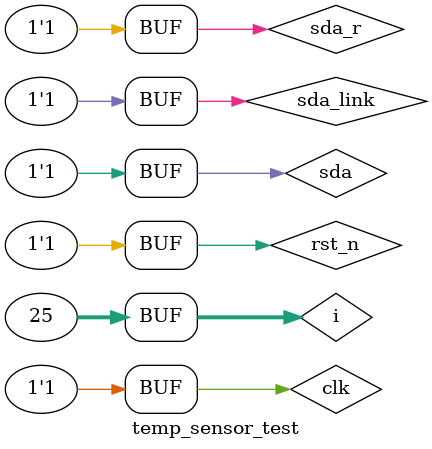
<source format=v>
module temp_sensor_test(
    );

reg clk;
reg rst_n;


wire scl;
wire [7:0] read_data;
wire [7:0] read_data1;


reg sda_link;
reg sda_r;

wire sda;

integer i;

//assign scl = sda;
assign sda = sda_link? sda_r : 1'bz;

temp_sensor uut(
    .clk(clk),
    .rst_n(rst_n),
    .scl(scl),
    .sda(sda),
    .read_data(read_data),
    .read_data1(read_data1)
);

        always
        begin
            clk = 0;
            #5;
            clk = 1;
            #5;
        end
        
        always
        begin
            rst_n = 0;
            #20;
            rst_n = 1;
            #20;
        end

initial
begin
        for( i = 0; i < 25; i = i + 1)
           begin
               sda_link = 0;
               sda_r = 0;
               #10;
               sda_link = 0;
               sda_r = 1;
               #10;
               sda_link = 1;
               sda_r = 0;
               #10;
               sda_link = 1;
               sda_r = 1;
               #10;
           end

end   


endmodule
</source>
